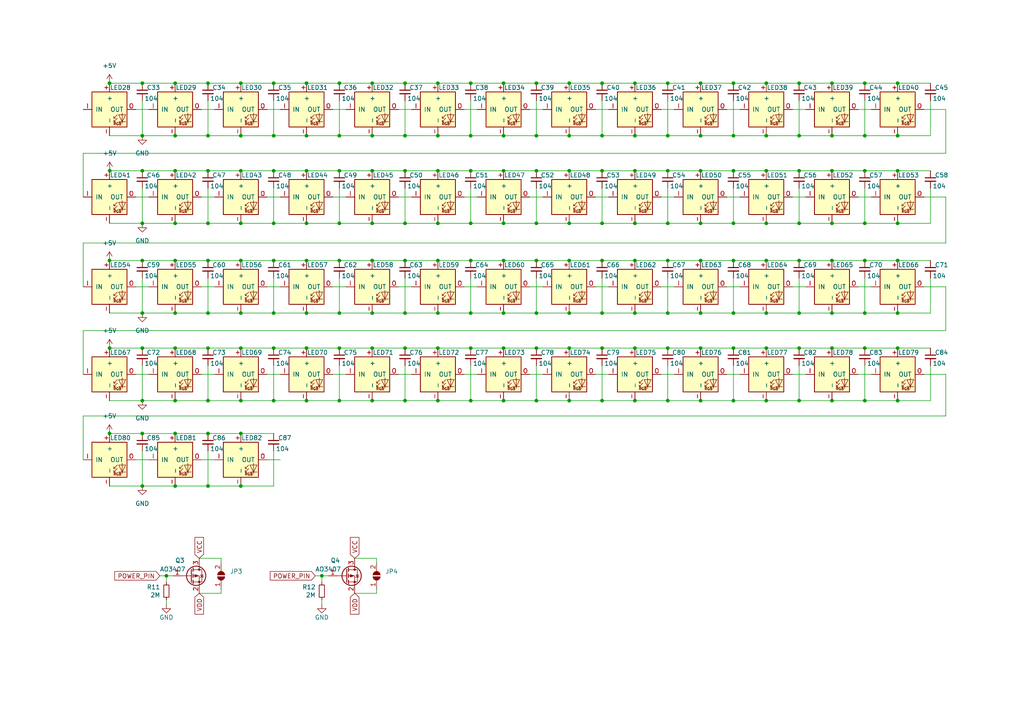
<source format=kicad_sch>
(kicad_sch (version 20211123) (generator eeschema)
  (paper "A4")
  (lib_symbols
    (symbol "Device:C_Small" (pin_numbers hide) (pin_names (offset 0.254) hide)
      (property "Reference" "C" (at 0.254 1.778 0))
      (property "Value" "C_Small" (at 0.254 -2.032 0))
      (symbol "C_Small_1_1"
        (pin passive line (at 0 2.54 270) (length 2.032) (name "~") (number "1"))
        (pin passive line (at 0 -2.54 90) (length 2.032) (name "~") (number "2"))
      )
    )
    (symbol "Device:Q_PMOS_GSD" (pin_names (offset 0) hide)
      (property "Reference" "Q" (at 5.08 1.27 0))
      (property "Value" "Q_PMOS_GSD" (at 5.08 -1.27 0))
      (symbol "Q_PMOS_GSD_1_1"
        (pin input line (at -5.08 0 0) (length 2.54) (name "G") (number "1"))
        (pin passive line (at 2.54 -5.08 90) (length 2.54) (name "S") (number "2"))
        (pin passive line (at 2.54 5.08 270) (length 2.54) (name "D") (number "3"))
      )
    )
    (symbol "Device:R_Small" (pin_numbers hide) (pin_names (offset 0.254) hide)
      (property "Reference" "R" (at 0.762 0.508 0))
      (property "Value" "R_Small" (at 0.762 -1.016 0))
      (symbol "R_Small_1_1"
        (pin passive line (at 0 2.54 270) (length 0.762) (name "~") (number "1"))
        (pin passive line (at 0 -2.54 90) (length 0.762) (name "~") (number "2"))
      )
    )
    (symbol "Jumper:SolderJumper_2_Open" (pin_names (offset 0) hide)
      (property "Reference" "JP" (at 0 2.032 0))
      (property "Value" "SolderJumper_2_Open" (at 0 -2.54 0))
      (symbol "SolderJumper_2_Open_1_1"
        (pin passive line (at -3.81 0 0) (length 2.54) (name "A") (number "1"))
        (pin passive line (at 3.81 0 180) (length 2.54) (name "B") (number "2"))
      )
    )
    (symbol "kien242:6812" (pin_names (offset 1.016))
      (property "Reference" "LED" (at 5.08 7.62 0))
      (property "Value" "6812" (at 5.08 10.16 0))
      (symbol "6812_1_1"
        (text "RGB" (at 2.286 -4.191 0) (effects (font (size 0.762 0.762))))
        (pin power_in line (at 0 7.62 270) (length 2.54) (name "+") (number "+"))
        (pin power_in line (at 0 -7.62 90) (length 2.54) (name "-") (number "-"))
        (pin input line (at -7.62 0 0) (length 2.54) (name "IN") (number "I"))
        (pin output line (at 7.62 0 180) (length 2.54) (name "OUT") (number "O"))
      )
    )
    (symbol "power:+5V" (power) (pin_names (offset 0))
      (property "Value" "+5V" (at 0 3.556 0))
      (symbol "+5V_1_1"
        (pin power_in line (at 0 0 90) (length 0) hide (name "+5V") (number "1"))
      )
    )
    (symbol "power:GND" (power) (pin_names (offset 0))
      (property "Value" "GND" (at 0 -3.81 0))
      (symbol "GND_1_1"
        (pin power_in line (at 0 0 270) (length 0) hide (name "GND") (number "1"))
      )
    )
  )
  (junction (at 193.675 100.965))
  (junction (at 222.25 39.37))
  (junction (at 69.85 64.77))
  (junction (at 184.15 64.77))
  (junction (at 136.525 100.965))
  (junction (at 107.95 64.77))
  (junction (at 88.9 116.205))
  (junction (at 155.575 49.53))
  (junction (at 250.825 24.13))
  (junction (at 50.8 64.77))
  (junction (at 241.3 75.565))
  (junction (at 193.675 24.13))
  (junction (at 250.825 116.205))
  (junction (at 146.05 39.37))
  (junction (at 241.3 116.205))
  (junction (at 107.95 49.53))
  (junction (at 222.25 49.53))
  (junction (at 165.1 24.13))
  (junction (at 88.9 24.13))
  (junction (at 50.8 75.565))
  (junction (at 31.7951 100.965))
  (junction (at 146.05 75.565))
  (junction (at 155.575 24.13))
  (junction (at 93.345 167.005) (diameter 0.9144))
  (junction (at 260.35 24.13))
  (junction (at 117.475 24.13))
  (junction (at 107.95 75.565))
  (junction (at 79.375 90.805))
  (junction (at 250.825 100.965))
  (junction (at 184.15 116.205))
  (junction (at 41.275 75.565))
  (junction (at 88.9 75.565))
  (junction (at 203.2 100.965))
  (junction (at 155.575 90.805))
  (junction (at 69.85 24.13))
  (junction (at 231.775 24.13))
  (junction (at 127 75.565))
  (junction (at 60.325 64.77))
  (junction (at 165.1 100.965))
  (junction (at 69.85 75.565))
  (junction (at 60.325 24.13))
  (junction (at 50.8 100.965))
  (junction (at 41.275 49.53))
  (junction (at 203.2 90.805))
  (junction (at 50.8 90.805))
  (junction (at 165.1 39.37))
  (junction (at 79.375 24.13))
  (junction (at 88.9 100.965))
  (junction (at 260.35 90.805))
  (junction (at 155.575 100.965))
  (junction (at 88.9 64.77))
  (junction (at 165.1 90.805))
  (junction (at 212.725 116.205))
  (junction (at 241.3 39.37))
  (junction (at 117.475 39.37))
  (junction (at 31.75 75.565))
  (junction (at 136.525 24.13))
  (junction (at 117.475 90.805))
  (junction (at 231.775 64.77))
  (junction (at 165.1 75.565))
  (junction (at 69.85 100.965))
  (junction (at 222.25 116.205))
  (junction (at 212.725 75.565))
  (junction (at 60.325 116.205))
  (junction (at 174.625 116.205))
  (junction (at 60.325 125.73))
  (junction (at 241.3 24.13))
  (junction (at 184.15 75.565))
  (junction (at 231.775 100.965))
  (junction (at 98.425 90.805))
  (junction (at 250.825 90.805))
  (junction (at 222.25 24.13))
  (junction (at 184.15 49.53))
  (junction (at 260.35 75.565))
  (junction (at 136.525 116.205))
  (junction (at 69.85 116.205))
  (junction (at 260.35 100.965))
  (junction (at 165.1 64.77))
  (junction (at 184.15 24.13))
  (junction (at 127 39.37))
  (junction (at 41.275 39.37))
  (junction (at 241.3 90.805))
  (junction (at 41.275 116.205))
  (junction (at 88.9 90.805))
  (junction (at 127 100.965))
  (junction (at 146.05 116.205))
  (junction (at 146.05 64.77))
  (junction (at 241.3 49.53))
  (junction (at 250.825 49.53))
  (junction (at 260.35 116.205))
  (junction (at 41.275 90.805))
  (junction (at 155.575 64.77))
  (junction (at 60.325 90.805))
  (junction (at 98.425 100.965))
  (junction (at 241.3 100.965))
  (junction (at 193.675 75.565))
  (junction (at 203.2 49.53))
  (junction (at 107.95 90.805))
  (junction (at 193.675 39.37))
  (junction (at 69.85 125.73))
  (junction (at 231.775 116.205))
  (junction (at 60.325 49.53))
  (junction (at 127 90.805))
  (junction (at 136.525 64.77))
  (junction (at 241.3 64.77))
  (junction (at 41.275 100.965))
  (junction (at 212.725 39.37))
  (junction (at 212.725 24.13))
  (junction (at 69.85 90.805))
  (junction (at 127 49.53))
  (junction (at 260.35 49.53))
  (junction (at 79.375 64.77))
  (junction (at 136.525 39.37))
  (junction (at 117.475 100.965))
  (junction (at 231.775 90.805))
  (junction (at 41.275 125.73))
  (junction (at 222.25 64.77))
  (junction (at 69.85 140.97))
  (junction (at 184.15 90.805))
  (junction (at 88.9 49.53))
  (junction (at 79.375 49.53))
  (junction (at 31.8343 49.53))
  (junction (at 98.425 24.13))
  (junction (at 98.425 64.77))
  (junction (at 127 24.13))
  (junction (at 203.2 64.77))
  (junction (at 250.825 64.77))
  (junction (at 31.75 24.13))
  (junction (at 193.675 90.805))
  (junction (at 165.1 116.205))
  (junction (at 212.725 64.77))
  (junction (at 146.05 24.13))
  (junction (at 222.25 100.965))
  (junction (at 146.05 90.805))
  (junction (at 193.675 116.205))
  (junction (at 117.475 75.565))
  (junction (at 146.05 49.53))
  (junction (at 203.2 75.565))
  (junction (at 155.575 39.37))
  (junction (at 127 64.77))
  (junction (at 48.26 167.005) (diameter 0.9144))
  (junction (at 117.475 116.205))
  (junction (at 60.325 140.97))
  (junction (at 50.8 49.53))
  (junction (at 79.375 39.37))
  (junction (at 60.325 100.965))
  (junction (at 231.775 39.37))
  (junction (at 174.625 100.965))
  (junction (at 203.2 24.13))
  (junction (at 165.1 49.53))
  (junction (at 31.75 125.73))
  (junction (at 107.95 24.13))
  (junction (at 203.2 116.205))
  (junction (at 174.625 90.805))
  (junction (at 174.625 49.53))
  (junction (at 193.675 49.53))
  (junction (at 250.825 75.565))
  (junction (at 41.275 24.13))
  (junction (at 79.375 100.965))
  (junction (at 117.475 64.77))
  (junction (at 222.25 75.565))
  (junction (at 184.15 39.37))
  (junction (at 50.8 24.13))
  (junction (at 50.8 125.73))
  (junction (at 212.725 100.965))
  (junction (at 212.725 49.53))
  (junction (at 41.275 64.77))
  (junction (at 212.725 90.805))
  (junction (at 98.425 49.53))
  (junction (at 155.575 75.565))
  (junction (at 60.325 39.37))
  (junction (at 174.625 75.565))
  (junction (at 69.85 39.37))
  (junction (at 88.9 39.37))
  (junction (at 174.625 39.37))
  (junction (at 136.525 90.805))
  (junction (at 50.8 140.97))
  (junction (at 155.575 116.205))
  (junction (at 98.425 75.565))
  (junction (at 174.625 24.13))
  (junction (at 231.775 75.565))
  (junction (at 60.325 75.565))
  (junction (at 203.2 39.37))
  (junction (at 79.375 116.205))
  (junction (at 231.775 49.53))
  (junction (at 136.525 49.53))
  (junction (at 50.8 116.205))
  (junction (at 222.25 90.805))
  (junction (at 260.35 64.77))
  (junction (at 250.825 39.37))
  (junction (at 107.95 39.37))
  (junction (at 79.375 75.565))
  (junction (at 98.425 39.37))
  (junction (at 107.95 100.965))
  (junction (at 174.625 64.77))
  (junction (at 146.05 100.965))
  (junction (at 127 116.205))
  (junction (at 193.675 64.77))
  (junction (at 107.95 116.205))
  (junction (at 69.85 49.53))
  (junction (at 50.8 39.37))
  (junction (at 184.15 100.965))
  (junction (at 260.35 39.37))
  (junction (at 136.525 75.565))
  (junction (at 98.425 116.205))
  (junction (at 41.275 140.97))
  (junction (at 117.475 49.53))
  (wire (pts (xy 60.325 54.61) (xy 60.325 64.77)))
  (wire (pts (xy 31.7951 100.965) (xy 41.275 100.965)))
  (wire (pts (xy 24.13 120.65) (xy 24.13 133.35)))
  (wire (pts (xy 60.325 130.81) (xy 60.325 140.97)))
  (wire (pts (xy 115.57 57.15) (xy 119.38 57.15)))
  (wire (pts (xy 174.625 75.565) (xy 184.15 75.565)))
  (wire (pts (xy 212.725 39.37) (xy 203.2 39.37)))
  (wire (pts (xy 93.345 167.005) (xy 95.25 167.005)))
  (wire (pts (xy 60.325 140.97) (xy 50.8 140.97)))
  (wire (pts (xy 269.875 64.77) (xy 260.35 64.77)))
  (wire (pts (xy 41.275 80.645) (xy 41.275 90.805)))
  (wire (pts (xy 134.62 57.15) (xy 138.43 57.15)))
  (wire (pts (xy 250.825 39.37) (xy 241.3 39.37)))
  (wire (pts (xy 136.525 64.77) (xy 146.05 64.77)))
  (wire (pts (xy 41.275 90.805) (xy 31.75 90.805)))
  (wire (pts (xy 98.425 39.37) (xy 107.95 39.37)))
  (wire (pts (xy 79.375 54.61) (xy 79.375 64.77)))
  (wire (pts (xy 231.775 100.965) (xy 241.3 100.965)))
  (wire (pts (xy 50.8 100.965) (xy 60.325 100.965)))
  (wire (pts (xy 24.13 95.885) (xy 24.13 108.585)))
  (wire (pts (xy 250.825 24.13) (xy 260.35 24.13)))
  (wire (pts (xy 69.85 24.13) (xy 79.375 24.13)))
  (wire (pts (xy 96.52 108.585) (xy 100.33 108.585)))
  (wire (pts (xy 77.47 57.15) (xy 81.28 57.15)))
  (wire (pts (xy 77.47 83.185) (xy 81.28 83.185)))
  (wire (pts (xy 98.425 106.045) (xy 98.425 116.205)))
  (wire (pts (xy 117.475 106.045) (xy 117.475 116.205)))
  (wire (pts (xy 193.675 90.805) (xy 203.2 90.805)))
  (wire (pts (xy 210.82 108.585) (xy 214.63 108.585)))
  (wire (pts (xy 98.425 49.53) (xy 107.95 49.53)))
  (wire (pts (xy 39.37 133.35) (xy 43.18 133.35)))
  (wire (pts (xy 136.525 39.37) (xy 146.05 39.37)))
  (wire (pts (xy 174.625 116.205) (xy 184.15 116.205)))
  (wire (pts (xy 41.275 116.205) (xy 31.75 116.205)))
  (wire (pts (xy 117.475 100.965) (xy 127 100.965)))
  (wire (pts (xy 39.37 31.75) (xy 43.18 31.75)))
  (wire (pts (xy 267.97 83.185) (xy 274.32 83.185)))
  (wire (pts (xy 134.62 31.75) (xy 138.43 31.75)))
  (wire (pts (xy 31.75 100.965) (xy 31.7951 100.965)))
  (wire (pts (xy 231.775 80.645) (xy 231.775 90.805)))
  (wire (pts (xy 96.52 83.185) (xy 100.33 83.185)))
  (wire (pts (xy 98.425 39.37) (xy 88.9 39.37)))
  (wire (pts (xy 231.775 116.205) (xy 241.3 116.205)))
  (wire (pts (xy 58.42 133.35) (xy 62.23 133.35)))
  (wire (pts (xy 41.275 106.045) (xy 41.275 116.205)))
  (wire (pts (xy 274.32 57.15) (xy 274.32 70.485)))
  (wire (pts (xy 191.77 83.185) (xy 195.58 83.185)))
  (wire (pts (xy 79.375 90.805) (xy 69.85 90.805)))
  (wire (pts (xy 79.375 116.205) (xy 88.9 116.205)))
  (wire (pts (xy 222.25 24.13) (xy 231.775 24.13)))
  (wire (pts (xy 172.72 57.15) (xy 176.53 57.15)))
  (wire (pts (xy 269.875 80.645) (xy 269.875 90.805)))
  (wire (pts (xy 31.8343 49.53) (xy 41.275 49.53)))
  (wire (pts (xy 98.425 90.805) (xy 107.95 90.805)))
  (wire (pts (xy 136.525 39.37) (xy 127 39.37)))
  (wire (pts (xy 260.35 75.565) (xy 269.875 75.565)))
  (wire (pts (xy 41.275 29.21) (xy 41.275 39.37)))
  (wire (pts (xy 60.325 140.97) (xy 69.85 140.97)))
  (wire (pts (xy 136.525 100.965) (xy 146.05 100.965)))
  (wire (pts (xy 64.135 172.085) (xy 64.135 170.815)))
  (wire (pts (xy 155.575 29.21) (xy 155.575 39.37)))
  (wire (pts (xy 31.75 75.565) (xy 41.275 75.565)))
  (wire (pts (xy 248.92 83.185) (xy 252.73 83.185)))
  (wire (pts (xy 165.1 24.13) (xy 174.625 24.13)))
  (wire (pts (xy 117.475 64.77) (xy 107.95 64.77)))
  (wire (pts (xy 153.67 83.185) (xy 157.48 83.185)))
  (wire (pts (xy 39.37 108.585) (xy 43.18 108.585)))
  (wire (pts (xy 98.425 100.965) (xy 107.95 100.965)))
  (wire (pts (xy 77.47 31.75) (xy 81.28 31.75)))
  (wire (pts (xy 41.275 100.965) (xy 50.8 100.965)))
  (wire (pts (xy 231.775 54.61) (xy 231.775 64.77)))
  (wire (pts (xy 41.275 116.205) (xy 50.8 116.205)))
  (wire (pts (xy 248.92 31.75) (xy 252.73 31.75)))
  (wire (pts (xy 212.725 64.77) (xy 203.2 64.77)))
  (wire (pts (xy 93.345 168.91) (xy 93.345 167.005)))
  (wire (pts (xy 210.82 57.15) (xy 214.63 57.15)))
  (wire (pts (xy 58.42 31.75) (xy 62.23 31.75)))
  (wire (pts (xy 267.97 108.585) (xy 274.32 108.585)))
  (wire (pts (xy 117.475 90.805) (xy 107.95 90.805)))
  (wire (pts (xy 231.775 90.805) (xy 222.25 90.805)))
  (wire (pts (xy 174.625 64.77) (xy 165.1 64.77)))
  (wire (pts (xy 136.525 54.61) (xy 136.525 64.77)))
  (wire (pts (xy 46.355 167.005) (xy 48.26 167.005)))
  (wire (pts (xy 222.25 49.53) (xy 231.775 49.53)))
  (wire (pts (xy 174.625 116.205) (xy 165.1 116.205)))
  (wire (pts (xy 57.785 172.085) (xy 64.135 172.085)))
  (wire (pts (xy 115.57 108.585) (xy 119.38 108.585)))
  (wire (pts (xy 117.475 39.37) (xy 127 39.37)))
  (wire (pts (xy 269.875 29.21) (xy 269.875 39.37)))
  (wire (pts (xy 241.3 75.565) (xy 250.825 75.565)))
  (wire (pts (xy 260.35 24.13) (xy 269.875 24.13)))
  (wire (pts (xy 274.32 95.885) (xy 24.13 95.885)))
  (wire (pts (xy 60.325 116.205) (xy 50.8 116.205)))
  (wire (pts (xy 212.725 90.805) (xy 222.25 90.805)))
  (wire (pts (xy 41.275 49.53) (xy 50.8 49.53)))
  (wire (pts (xy 231.775 24.13) (xy 241.3 24.13)))
  (wire (pts (xy 241.3 100.965) (xy 250.825 100.965)))
  (wire (pts (xy 274.32 108.585) (xy 274.32 120.65)))
  (wire (pts (xy 50.8 75.565) (xy 60.325 75.565)))
  (wire (pts (xy 117.475 64.77) (xy 127 64.77)))
  (wire (pts (xy 229.87 83.185) (xy 233.68 83.185)))
  (wire (pts (xy 165.1 75.565) (xy 174.625 75.565)))
  (wire (pts (xy 31.75 24.13) (xy 41.275 24.13)))
  (wire (pts (xy 248.92 108.585) (xy 252.73 108.585)))
  (wire (pts (xy 96.52 31.75) (xy 100.33 31.75)))
  (wire (pts (xy 193.675 54.61) (xy 193.675 64.77)))
  (wire (pts (xy 79.375 64.77) (xy 88.9 64.77)))
  (wire (pts (xy 136.525 24.13) (xy 146.05 24.13)))
  (wire (pts (xy 231.775 90.805) (xy 241.3 90.805)))
  (wire (pts (xy 231.775 39.37) (xy 241.3 39.37)))
  (wire (pts (xy 212.725 29.21) (xy 212.725 39.37)))
  (wire (pts (xy 79.375 39.37) (xy 88.9 39.37)))
  (wire (pts (xy 88.9 24.13) (xy 98.425 24.13)))
  (wire (pts (xy 155.575 75.565) (xy 165.1 75.565)))
  (wire (pts (xy 60.325 90.805) (xy 69.85 90.805)))
  (wire (pts (xy 146.05 100.965) (xy 155.575 100.965)))
  (wire (pts (xy 136.525 75.565) (xy 146.05 75.565)))
  (wire (pts (xy 79.375 90.805) (xy 88.9 90.805)))
  (wire (pts (xy 212.725 100.965) (xy 222.25 100.965)))
  (wire (pts (xy 41.275 39.37) (xy 31.75 39.37)))
  (wire (pts (xy 117.475 24.13) (xy 127 24.13)))
  (wire (pts (xy 231.775 75.565) (xy 241.3 75.565)))
  (wire (pts (xy 98.425 116.205) (xy 107.95 116.205)))
  (wire (pts (xy 79.375 64.77) (xy 69.85 64.77)))
  (wire (pts (xy 193.675 90.805) (xy 184.15 90.805)))
  (wire (pts (xy 250.825 39.37) (xy 260.35 39.37)))
  (wire (pts (xy 172.72 83.185) (xy 176.53 83.185)))
  (wire (pts (xy 88.9 75.565) (xy 98.425 75.565)))
  (wire (pts (xy 184.15 75.565) (xy 193.675 75.565)))
  (wire (pts (xy 153.67 57.15) (xy 157.48 57.15)))
  (wire (pts (xy 174.625 29.21) (xy 174.625 39.37)))
  (wire (pts (xy 210.82 31.75) (xy 214.63 31.75)))
  (wire (pts (xy 146.05 75.565) (xy 155.575 75.565)))
  (wire (pts (xy 127 100.965) (xy 136.525 100.965)))
  (wire (pts (xy 250.825 49.53) (xy 260.35 49.53)))
  (wire (pts (xy 98.425 64.77) (xy 107.95 64.77)))
  (wire (pts (xy 212.725 75.565) (xy 222.25 75.565)))
  (wire (pts (xy 153.67 108.585) (xy 157.48 108.585)))
  (wire (pts (xy 269.875 90.805) (xy 260.35 90.805)))
  (wire (pts (xy 203.2 75.565) (xy 212.725 75.565)))
  (wire (pts (xy 60.325 24.13) (xy 69.85 24.13)))
  (wire (pts (xy 60.325 29.21) (xy 60.325 39.37)))
  (wire (pts (xy 231.775 116.205) (xy 222.25 116.205)))
  (wire (pts (xy 88.9 100.965) (xy 98.425 100.965)))
  (wire (pts (xy 69.85 125.73) (xy 79.375 125.73)))
  (wire (pts (xy 60.325 100.965) (xy 69.85 100.965)))
  (wire (pts (xy 77.47 108.585) (xy 81.28 108.585)))
  (wire (pts (xy 48.26 167.005) (xy 50.165 167.005)))
  (wire (pts (xy 109.22 161.925) (xy 109.22 163.195)))
  (wire (pts (xy 250.825 80.645) (xy 250.825 90.805)))
  (wire (pts (xy 134.62 108.585) (xy 138.43 108.585)))
  (wire (pts (xy 184.15 49.53) (xy 193.675 49.53)))
  (wire (pts (xy 60.325 39.37) (xy 69.85 39.37)))
  (wire (pts (xy 231.775 64.77) (xy 241.3 64.77)))
  (wire (pts (xy 60.325 39.37) (xy 50.8 39.37)))
  (wire (pts (xy 88.9 49.53) (xy 98.425 49.53)))
  (wire (pts (xy 193.675 116.205) (xy 203.2 116.205)))
  (wire (pts (xy 79.375 130.81) (xy 79.375 140.97)))
  (wire (pts (xy 274.32 70.485) (xy 24.13 70.485)))
  (wire (pts (xy 109.22 172.085) (xy 109.22 170.815)))
  (wire (pts (xy 39.37 83.185) (xy 43.18 83.185)))
  (wire (pts (xy 41.275 39.37) (xy 50.8 39.37)))
  (wire (pts (xy 269.875 54.61) (xy 269.875 64.77)))
  (wire (pts (xy 231.775 106.045) (xy 231.775 116.205)))
  (wire (pts (xy 102.87 161.925) (xy 109.22 161.925)))
  (wire (pts (xy 69.85 49.53) (xy 79.375 49.53)))
  (wire (pts (xy 172.72 31.75) (xy 176.53 31.75)))
  (wire (pts (xy 250.825 116.205) (xy 241.3 116.205)))
  (wire (pts (xy 60.325 106.045) (xy 60.325 116.205)))
  (wire (pts (xy 117.475 49.53) (xy 127 49.53)))
  (wire (pts (xy 102.87 172.085) (xy 109.22 172.085)))
  (wire (pts (xy 155.575 90.805) (xy 146.05 90.805)))
  (wire (pts (xy 250.825 64.77) (xy 241.3 64.77)))
  (wire (pts (xy 191.77 57.15) (xy 195.58 57.15)))
  (wire (pts (xy 136.525 90.805) (xy 127 90.805)))
  (wire (pts (xy 191.77 108.585) (xy 195.58 108.585)))
  (wire (pts (xy 31.75 125.73) (xy 41.275 125.73)))
  (wire (pts (xy 231.775 49.53) (xy 241.3 49.53)))
  (wire (pts (xy 79.375 49.53) (xy 88.9 49.53)))
  (wire (pts (xy 98.425 75.565) (xy 107.95 75.565)))
  (wire (pts (xy 241.3 49.53) (xy 250.825 49.53)))
  (wire (pts (xy 79.375 75.565) (xy 88.9 75.565)))
  (wire (pts (xy 60.325 90.805) (xy 50.8 90.805)))
  (wire (pts (xy 250.825 29.21) (xy 250.825 39.37)))
  (wire (pts (xy 155.575 116.205) (xy 146.05 116.205)))
  (wire (pts (xy 174.625 39.37) (xy 165.1 39.37)))
  (wire (pts (xy 184.15 24.13) (xy 193.675 24.13)))
  (wire (pts (xy 79.375 29.21) (xy 79.375 39.37)))
  (wire (pts (xy 174.625 80.645) (xy 174.625 90.805)))
  (wire (pts (xy 48.26 168.91) (xy 48.26 167.005)))
  (wire (pts (xy 41.275 64.77) (xy 50.8 64.77)))
  (wire (pts (xy 210.82 83.185) (xy 214.63 83.185)))
  (wire (pts (xy 250.825 90.805) (xy 260.35 90.805)))
  (wire (pts (xy 269.875 106.045) (xy 269.875 116.205)))
  (wire (pts (xy 203.2 100.965) (xy 212.725 100.965)))
  (wire (pts (xy 155.575 116.205) (xy 165.1 116.205)))
  (wire (pts (xy 155.575 39.37) (xy 165.1 39.37)))
  (wire (pts (xy 134.62 83.185) (xy 138.43 83.185)))
  (wire (pts (xy 41.275 24.13) (xy 50.8 24.13)))
  (wire (pts (xy 172.72 108.585) (xy 176.53 108.585)))
  (wire (pts (xy 146.05 49.53) (xy 155.575 49.53)))
  (wire (pts (xy 155.575 106.045) (xy 155.575 116.205)))
  (wire (pts (xy 212.725 106.045) (xy 212.725 116.205)))
  (wire (pts (xy 79.375 140.97) (xy 69.85 140.97)))
  (wire (pts (xy 212.725 116.205) (xy 222.25 116.205)))
  (wire (pts (xy 155.575 54.61) (xy 155.575 64.77)))
  (wire (pts (xy 212.725 54.61) (xy 212.725 64.77)))
  (wire (pts (xy 115.57 31.75) (xy 119.38 31.75)))
  (wire (pts (xy 155.575 24.13) (xy 165.1 24.13)))
  (wire (pts (xy 174.625 64.77) (xy 184.15 64.77)))
  (wire (pts (xy 41.275 90.805) (xy 50.8 90.805)))
  (wire (pts (xy 117.475 75.565) (xy 127 75.565)))
  (wire (pts (xy 174.625 90.805) (xy 165.1 90.805)))
  (wire (pts (xy 193.675 106.045) (xy 193.675 116.205)))
  (wire (pts (xy 50.8 49.53) (xy 60.325 49.53)))
  (wire (pts (xy 155.575 100.965) (xy 165.1 100.965)))
  (wire (pts (xy 155.575 49.53) (xy 165.1 49.53)))
  (wire (pts (xy 136.525 80.645) (xy 136.525 90.805)))
  (wire (pts (xy 98.425 90.805) (xy 88.9 90.805)))
  (wire (pts (xy 77.47 133.35) (xy 81.28 133.35)))
  (wire (pts (xy 193.675 75.565) (xy 203.2 75.565)))
  (wire (pts (xy 153.67 31.75) (xy 157.48 31.75)))
  (wire (pts (xy 41.275 54.61) (xy 41.275 64.77)))
  (wire (pts (xy 267.97 57.15) (xy 274.32 57.15)))
  (wire (pts (xy 241.3 24.13) (xy 250.825 24.13)))
  (wire (pts (xy 107.95 24.13) (xy 117.475 24.13)))
  (wire (pts (xy 229.87 108.585) (xy 233.68 108.585)))
  (wire (pts (xy 98.425 116.205) (xy 88.9 116.205)))
  (wire (pts (xy 93.345 175.26) (xy 93.345 173.99)))
  (wire (pts (xy 229.87 31.75) (xy 233.68 31.75)))
  (wire (pts (xy 212.725 116.205) (xy 203.2 116.205)))
  (wire (pts (xy 269.875 39.37) (xy 260.35 39.37)))
  (wire (pts (xy 117.475 116.205) (xy 107.95 116.205)))
  (wire (pts (xy 250.825 116.205) (xy 260.35 116.205)))
  (wire (pts (xy 231.775 39.37) (xy 222.25 39.37)))
  (wire (pts (xy 248.92 57.15) (xy 252.73 57.15)))
  (wire (pts (xy 41.275 75.565) (xy 50.8 75.565)))
  (wire (pts (xy 174.625 100.965) (xy 184.15 100.965)))
  (wire (pts (xy 222.25 100.965) (xy 231.775 100.965)))
  (wire (pts (xy 274.32 83.185) (xy 274.32 95.885)))
  (wire (pts (xy 79.375 116.205) (xy 69.85 116.205)))
  (wire (pts (xy 250.825 106.045) (xy 250.825 116.205)))
  (wire (pts (xy 155.575 80.645) (xy 155.575 90.805)))
  (wire (pts (xy 79.375 100.965) (xy 88.9 100.965)))
  (wire (pts (xy 267.97 31.75) (xy 274.32 31.75)))
  (wire (pts (xy 98.425 29.21) (xy 98.425 39.37)))
  (wire (pts (xy 24.13 70.485) (xy 24.13 83.185)))
  (wire (pts (xy 136.525 116.205) (xy 127 116.205)))
  (wire (pts (xy 231.775 29.21) (xy 231.775 39.37)))
  (wire (pts (xy 136.525 49.53) (xy 146.05 49.53)))
  (wire (pts (xy 269.875 116.205) (xy 260.35 116.205)))
  (wire (pts (xy 57.785 161.925) (xy 64.135 161.925)))
  (wire (pts (xy 79.375 80.645) (xy 79.375 90.805)))
  (wire (pts (xy 41.275 140.97) (xy 31.75 140.97)))
  (wire (pts (xy 107.95 100.965) (xy 117.475 100.965)))
  (wire (pts (xy 39.37 57.15) (xy 43.18 57.15)))
  (wire (pts (xy 212.725 24.13) (xy 222.25 24.13)))
  (wire (pts (xy 229.87 57.15) (xy 233.68 57.15)))
  (wire (pts (xy 260.35 100.965) (xy 269.875 100.965)))
  (wire (pts (xy 69.85 100.965) (xy 79.375 100.965)))
  (wire (pts (xy 41.275 125.73) (xy 50.8 125.73)))
  (wire (pts (xy 79.375 106.045) (xy 79.375 116.205)))
  (wire (pts (xy 60.325 125.73) (xy 69.85 125.73)))
  (wire (pts (xy 174.625 24.13) (xy 184.15 24.13)))
  (wire (pts (xy 231.775 64.77) (xy 222.25 64.77)))
  (wire (pts (xy 203.2 49.53) (xy 212.725 49.53)))
  (wire (pts (xy 193.675 64.77) (xy 184.15 64.77)))
  (wire (pts (xy 107.95 49.53) (xy 117.475 49.53)))
  (wire (pts (xy 212.725 90.805) (xy 203.2 90.805)))
  (wire (pts (xy 48.26 175.26) (xy 48.26 173.99)))
  (wire (pts (xy 127 24.13) (xy 136.525 24.13)))
  (wire (pts (xy 193.675 29.21) (xy 193.675 39.37)))
  (wire (pts (xy 250.825 100.965) (xy 260.35 100.965)))
  (wire (pts (xy 50.8 125.73) (xy 60.325 125.73)))
  (wire (pts (xy 117.475 90.805) (xy 127 90.805)))
  (wire (pts (xy 41.275 140.97) (xy 50.8 140.97)))
  (wire (pts (xy 41.275 64.77) (xy 31.75 64.77)))
  (wire (pts (xy 193.675 80.645) (xy 193.675 90.805)))
  (wire (pts (xy 96.52 57.15) (xy 100.33 57.15)))
  (wire (pts (xy 127 75.565) (xy 136.525 75.565)))
  (wire (pts (xy 155.575 39.37) (xy 146.05 39.37)))
  (wire (pts (xy 193.675 100.965) (xy 203.2 100.965)))
  (wire (pts (xy 174.625 39.37) (xy 184.15 39.37)))
  (wire (pts (xy 136.525 64.77) (xy 127 64.77)))
  (wire (pts (xy 250.825 54.61) (xy 250.825 64.77)))
  (wire (pts (xy 274.32 120.65) (xy 24.13 120.65)))
  (wire (pts (xy 58.42 108.585) (xy 62.23 108.585)))
  (wire (pts (xy 98.425 80.645) (xy 98.425 90.805)))
  (wire (pts (xy 60.325 80.645) (xy 60.325 90.805)))
  (wire (pts (xy 193.675 39.37) (xy 203.2 39.37)))
  (wire (pts (xy 127 49.53) (xy 136.525 49.53)))
  (wire (pts (xy 174.625 90.805) (xy 184.15 90.805)))
  (wire (pts (xy 58.42 57.15) (xy 62.23 57.15)))
  (wire (pts (xy 60.325 64.77) (xy 50.8 64.77)))
  (wire (pts (xy 136.525 29.21) (xy 136.525 39.37)))
  (wire (pts (xy 79.375 39.37) (xy 69.85 39.37)))
  (wire (pts (xy 193.675 64.77) (xy 203.2 64.77)))
  (wire (pts (xy 274.32 31.75) (xy 274.32 44.45)))
  (wire (pts (xy 155.575 64.77) (xy 165.1 64.77)))
  (wire (pts (xy 136.525 116.205) (xy 146.05 116.205)))
  (wire (pts (xy 212.725 49.53) (xy 222.25 49.53)))
  (wire (pts (xy 79.375 24.13) (xy 88.9 24.13)))
  (wire (pts (xy 115.57 83.185) (xy 119.38 83.185)))
  (wire (pts (xy 155.575 64.77) (xy 146.05 64.77)))
  (wire (pts (xy 193.675 24.13) (xy 203.2 24.13)))
  (wire (pts (xy 136.525 90.805) (xy 146.05 90.805)))
  (wire (pts (xy 64.135 161.925) (xy 64.135 163.195)))
  (wire (pts (xy 212.725 80.645) (xy 212.725 90.805)))
  (wire (pts (xy 98.425 64.77) (xy 88.9 64.77)))
  (wire (pts (xy 60.325 49.53) (xy 69.85 49.53)))
  (wire (pts (xy 191.77 31.75) (xy 195.58 31.75)))
  (wire (pts (xy 184.15 100.965) (xy 193.675 100.965)))
  (wire (pts (xy 174.625 54.61) (xy 174.625 64.77)))
  (wire (pts (xy 117.475 29.21) (xy 117.475 39.37)))
  (wire (pts (xy 58.42 83.185) (xy 62.23 83.185)))
  (wire (pts (xy 50.8 24.13) (xy 60.325 24.13)))
  (wire (pts (xy 98.425 24.13) (xy 107.95 24.13)))
  (wire (pts (xy 250.825 90.805) (xy 241.3 90.805)))
  (wire (pts (xy 69.85 75.565) (xy 79.375 75.565)))
  (wire (pts (xy 165.1 49.53) (xy 174.625 49.53)))
  (wire (pts (xy 41.275 130.81) (xy 41.275 140.97)))
  (wire (pts (xy 60.325 64.77) (xy 69.85 64.77)))
  (wire (pts (xy 155.575 90.805) (xy 165.1 90.805)))
  (wire (pts (xy 250.825 75.565) (xy 260.35 75.565)))
  (wire (pts (xy 274.32 44.45) (xy 24.13 44.45)))
  (wire (pts (xy 165.1 100.965) (xy 174.625 100.965)))
  (wire (pts (xy 203.2 24.13) (xy 212.725 24.13)))
  (wire (pts (xy 260.35 49.53) (xy 269.875 49.53)))
  (wire (pts (xy 117.475 80.645) (xy 117.475 90.805)))
  (wire (pts (xy 136.525 106.045) (xy 136.525 116.205)))
  (wire (pts (xy 107.95 75.565) (xy 117.475 75.565)))
  (wire (pts (xy 117.475 116.205) (xy 127 116.205)))
  (wire (pts (xy 117.475 39.37) (xy 107.95 39.37)))
  (wire (pts (xy 91.44 167.005) (xy 93.345 167.005)))
  (wire (pts (xy 193.675 116.205) (xy 184.15 116.205)))
  (wire (pts (xy 98.425 54.61) (xy 98.425 64.77)))
  (wire (pts (xy 24.13 44.45) (xy 24.13 57.15)))
  (wire (pts (xy 60.325 116.205) (xy 69.85 116.205)))
  (wire (pts (xy 212.725 39.37) (xy 222.25 39.37)))
  (wire (pts (xy 193.675 39.37) (xy 184.15 39.37)))
  (wire (pts (xy 60.325 75.565) (xy 69.85 75.565)))
  (wire (pts (xy 193.675 49.53) (xy 203.2 49.53)))
  (wire (pts (xy 222.25 75.565) (xy 231.775 75.565)))
  (wire (pts (xy 117.475 54.61) (xy 117.475 64.77)))
  (wire (pts (xy 31.75 49.53) (xy 31.8343 49.53)))
  (wire (pts (xy 250.825 64.77) (xy 260.35 64.77)))
  (wire (pts (xy 146.05 24.13) (xy 155.575 24.13)))
  (wire (pts (xy 174.625 106.045) (xy 174.625 116.205)))
  (wire (pts (xy 174.625 49.53) (xy 184.15 49.53)))
  (wire (pts (xy 212.725 64.77) (xy 222.25 64.77)))
  (global_label "VDD" (shape input) (at 102.87 172.085 270) (property "Intersheet References" "${INTERSHEET_REFS}" (effects hide)))
  (global_label "VCC" (shape input) (at 57.785 161.925 90) (property "Intersheet References" "${INTERSHEET_REFS}" (effects hide)))
  (global_label "VDD" (shape input) (at 57.785 172.085 270) (property "Intersheet References" "${INTERSHEET_REFS}" (effects hide)))
  (global_label "POWER_PIN" (shape input) (at 91.44 167.005 180) (property "Intersheet References" "${INTERSHEET_REFS}" (effects hide)))
  (global_label "POWER_PIN" (shape input) (at 46.355 167.005 180) (property "Intersheet References" "${INTERSHEET_REFS}" (effects hide)))
  (global_label "VCC" (shape input) (at 102.87 161.925 90) (property "Intersheet References" "${INTERSHEET_REFS}" (effects hide)))
  (symbol (lib_id "power:+5V") (at 31.75 24.13 0) (unit 1)
    (property "Reference" "#PWR085" (effects hide))
    (property "Value" "+5V" (at 31.75 19.05 0))
  )
  (symbol (lib_id "kien242:6812") (at 31.75 108.585 0) (unit 1)
    (property "Reference" "LED67" (at 34.925 102.235 0))
    (property "Value" " " (at 40.64 106.7943 0))
    (property "Footprint" "kien242:SK6812Mini-E" (effects hide))
  )
  (symbol (lib_id "Device:C_Small") (at 193.675 103.505 0) (unit 1)
    (property "Reference" "C80" (at 194.945 102.235 0) (effects (justify left)))
    (property "Value" "104" (at 194.31 105.41 0) (effects (justify left)))
  )
  (symbol (lib_id "Device:C_Small") (at 155.575 78.105 0) (unit 1)
    (property "Reference" "C65" (at 156.845 76.835 0) (effects (justify left)))
    (property "Value" "104" (at 156.21 80.01 0) (effects (justify left)))
  )
  (symbol (lib_id "kien242:6812") (at 241.3 57.15 0) (unit 1)
    (property "Reference" "LED52" (at 244.475 50.8 0))
    (property "Value" " " (at 250.19 55.3593 0))
    (property "Footprint" "kien242:SK6812Mini-E" (effects hide))
  )
  (symbol (lib_id "kien242:6812") (at 165.1 31.75 0) (unit 1)
    (property "Reference" "LED35" (at 168.275 25.4 0))
    (property "Value" " " (at 173.99 29.9593 0))
    (property "Footprint" "kien242:SK6812Mini-E" (effects hide))
  )
  (symbol (lib_id "kien242:6812") (at 107.95 108.585 0) (unit 1)
    (property "Reference" "LED71" (at 111.125 102.235 0))
    (property "Value" " " (at 116.84 106.7943 0))
    (property "Footprint" "kien242:SK6812Mini-E" (effects hide))
  )
  (symbol (lib_id "kien242:6812") (at 88.9 57.15 0) (unit 1)
    (property "Reference" "LED44" (at 92.075 50.8 0))
    (property "Value" " " (at 97.79 55.3593 0))
    (property "Footprint" "kien242:SK6812Mini-E" (effects hide))
  )
  (symbol (lib_id "Device:C_Small") (at 79.375 78.105 0) (unit 1)
    (property "Reference" "C61" (at 80.645 76.835 0) (effects (justify left)))
    (property "Value" "104" (at 80.01 80.01 0) (effects (justify left)))
  )
  (symbol (lib_id "kien242:6812") (at 31.75 133.35 0) (unit 1)
    (property "Reference" "LED80" (at 34.925 127 0))
    (property "Value" " " (at 40.64 131.5593 0))
    (property "Footprint" "kien242:SK6812Mini-E" (effects hide))
  )
  (symbol (lib_id "kien242:6812") (at 146.05 57.15 0) (unit 1)
    (property "Reference" "LED47" (at 149.225 50.8 0))
    (property "Value" " " (at 154.94 55.3593 0))
    (property "Footprint" "kien242:SK6812Mini-E" (effects hide))
  )
  (symbol (lib_id "Device:C_Small") (at 41.275 52.07 0) (unit 1)
    (property "Reference" "C46" (at 42.545 50.8 0) (effects (justify left)))
    (property "Value" "104" (at 41.91 53.975 0) (effects (justify left)))
  )
  (symbol (lib_id "Device:C_Small") (at 117.475 103.505 0) (unit 1)
    (property "Reference" "C76" (at 118.745 102.235 0) (effects (justify left)))
    (property "Value" "104" (at 118.11 105.41 0) (effects (justify left)))
  )
  (symbol (lib_id "Device:C_Small") (at 60.325 26.67 0) (unit 1)
    (property "Reference" "C34" (at 61.595 25.4 0) (effects (justify left)))
    (property "Value" "104" (at 60.96 28.575 0) (effects (justify left)))
  )
  (symbol (lib_id "Device:C_Small") (at 136.525 103.505 0) (unit 1)
    (property "Reference" "C77" (at 137.795 102.235 0) (effects (justify left)))
    (property "Value" "104" (at 137.16 105.41 0) (effects (justify left)))
  )
  (symbol (lib_id "power:GND") (at 93.345 175.26 0) (unit 1)
    (property "Reference" "#PWR096" (effects hide))
    (property "Value" "GND" (at 93.345 179.07 0))
  )
  (symbol (lib_id "Device:R_Small") (at 48.26 171.45 0) (mirror y) (unit 1)
    (property "Reference" "R11" (at 46.482 170.2816 0) (effects (justify left)))
    (property "Value" "2M" (at 46.482 172.593 0) (effects (justify left)))
    (property "Footprint" "Resistor_SMD:R_0603_1608Metric_Pad0.98x0.95mm_HandSolder" (effects hide))
  )
  (symbol (lib_id "Device:C_Small") (at 250.825 78.105 0) (unit 1)
    (property "Reference" "C70" (at 252.095 76.835 0) (effects (justify left)))
    (property "Value" "104" (at 251.46 80.01 0) (effects (justify left)))
  )
  (symbol (lib_id "power:+5V") (at 31.75 75.565 0) (unit 1)
    (property "Reference" "#PWR089" (effects hide))
    (property "Value" "+5V" (at 31.75 70.485 0))
  )
  (symbol (lib_id "kien242:6812") (at 203.2 108.585 0) (unit 1)
    (property "Reference" "LED76" (at 206.375 102.235 0))
    (property "Value" " " (at 212.09 106.7943 0))
    (property "Footprint" "kien242:SK6812Mini-E" (effects hide))
  )
  (symbol (lib_id "kien242:6812") (at 203.2 83.185 0) (unit 1)
    (property "Reference" "LED63" (at 206.375 76.835 0))
    (property "Value" " " (at 212.09 81.3943 0))
    (property "Footprint" "kien242:SK6812Mini-E" (effects hide))
  )
  (symbol (lib_id "kien242:6812") (at 222.25 57.15 0) (unit 1)
    (property "Reference" "LED51" (at 225.425 50.8 0))
    (property "Value" " " (at 231.14 55.3593 0))
    (property "Footprint" "kien242:SK6812Mini-E" (effects hide))
  )
  (symbol (lib_id "kien242:6812") (at 107.95 57.15 0) (unit 1)
    (property "Reference" "LED45" (at 111.125 50.8 0))
    (property "Value" " " (at 116.84 55.3593 0))
    (property "Footprint" "kien242:SK6812Mini-E" (effects hide))
  )
  (symbol (lib_id "kien242:6812") (at 31.75 31.75 0) (unit 1)
    (property "Reference" "LED28" (at 34.925 25.4 0))
    (property "Value" " " (at 40.64 29.9593 0))
    (property "Footprint" "kien242:SK6812Mini-E" (effects hide))
  )
  (symbol (lib_id "Device:C_Small") (at 193.675 52.07 0) (unit 1)
    (property "Reference" "C54" (at 194.945 50.8 0) (effects (justify left)))
    (property "Value" "104" (at 194.31 53.975 0) (effects (justify left)))
  )
  (symbol (lib_id "power:+5V") (at 31.8343 49.53 0) (unit 1)
    (property "Reference" "#PWR087" (effects hide))
    (property "Value" "+5V" (at 31.8343 44.45 0))
  )
  (symbol (lib_id "power:+5V") (at 31.7951 100.965 0) (unit 1)
    (property "Reference" "#PWR091" (effects hide))
    (property "Value" "+5V" (at 31.7951 95.885 0))
  )
  (symbol (lib_id "kien242:6812") (at 88.9 108.585 0) (unit 1)
    (property "Reference" "LED70" (at 92.075 102.235 0))
    (property "Value" " " (at 97.79 106.7943 0))
    (property "Footprint" "kien242:SK6812Mini-E" (effects hide))
  )
  (symbol (lib_id "kien242:6812") (at 260.35 57.15 0) (unit 1)
    (property "Reference" "LED53" (at 263.525 50.8 0))
    (property "Value" " " (at 269.24 55.3593 0))
    (property "Footprint" "kien242:SK6812Mini-E" (effects hide))
  )
  (symbol (lib_id "kien242:6812") (at 146.05 108.585 0) (unit 1)
    (property "Reference" "LED73" (at 149.225 102.235 0))
    (property "Value" " " (at 154.94 106.7943 0))
    (property "Footprint" "kien242:SK6812Mini-E" (effects hide))
  )
  (symbol (lib_id "Device:C_Small") (at 269.875 52.07 0) (unit 1)
    (property "Reference" "C58" (at 271.145 50.8 0) (effects (justify left)))
    (property "Value" "104" (at 270.51 53.975 0) (effects (justify left)))
  )
  (symbol (lib_id "Device:C_Small") (at 60.325 78.105 0) (unit 1)
    (property "Reference" "C60" (at 61.595 76.835 0) (effects (justify left)))
    (property "Value" "104" (at 60.96 80.01 0) (effects (justify left)))
  )
  (symbol (lib_id "Device:C_Small") (at 41.275 26.67 0) (unit 1)
    (property "Reference" "C33" (at 42.545 25.4 0) (effects (justify left)))
    (property "Value" "104" (at 41.91 28.575 0) (effects (justify left)))
  )
  (symbol (lib_id "Device:C_Small") (at 79.375 26.67 0) (unit 1)
    (property "Reference" "C35" (at 80.645 25.4 0) (effects (justify left)))
    (property "Value" "104" (at 80.01 28.575 0) (effects (justify left)))
  )
  (symbol (lib_id "Device:C_Small") (at 60.325 52.07 0) (unit 1)
    (property "Reference" "C47" (at 61.595 50.8 0) (effects (justify left)))
    (property "Value" "104" (at 60.96 53.975 0) (effects (justify left)))
  )
  (symbol (lib_id "Device:Q_PMOS_GSD") (at 55.245 167.005 0) (unit 1)
    (property "Reference" "Q3" (at 50.8 162.56 0) (effects (justify left)))
    (property "Value" "AO3407" (at 46.355 165.1 0) (effects (justify left)))
    (property "Footprint" "Package_TO_SOT_SMD:SOT-23_Handsoldering" (effects hide))
  )
  (symbol (lib_id "kien242:6812") (at 203.2 57.15 0) (unit 1)
    (property "Reference" "LED50" (at 206.375 50.8 0))
    (property "Value" " " (at 212.09 55.3593 0))
    (property "Footprint" "kien242:SK6812Mini-E" (effects hide))
  )
  (symbol (lib_id "kien242:6812") (at 165.1 108.585 0) (unit 1)
    (property "Reference" "LED74" (at 168.275 102.235 0))
    (property "Value" " " (at 173.99 106.7943 0))
    (property "Footprint" "kien242:SK6812Mini-E" (effects hide))
  )
  (symbol (lib_id "kien242:6812") (at 88.9 31.75 0) (unit 1)
    (property "Reference" "LED31" (at 92.075 25.4 0))
    (property "Value" " " (at 97.79 29.9593 0))
    (property "Footprint" "kien242:SK6812Mini-E" (effects hide))
  )
  (symbol (lib_id "Device:C_Small") (at 117.475 52.07 0) (unit 1)
    (property "Reference" "C50" (at 118.745 50.8 0) (effects (justify left)))
    (property "Value" "104" (at 118.11 53.975 0) (effects (justify left)))
  )
  (symbol (lib_id "kien242:6812") (at 107.95 31.75 0) (unit 1)
    (property "Reference" "LED32" (at 111.125 25.4 0))
    (property "Value" " " (at 116.84 29.9593 0))
    (property "Footprint" "kien242:SK6812Mini-E" (effects hide))
  )
  (symbol (lib_id "Device:C_Small") (at 155.575 52.07 0) (unit 1)
    (property "Reference" "C52" (at 156.845 50.8 0) (effects (justify left)))
    (property "Value" "104" (at 156.21 53.975 0) (effects (justify left)))
  )
  (symbol (lib_id "kien242:6812") (at 260.35 31.75 0) (unit 1)
    (property "Reference" "LED40" (at 263.525 25.4 0))
    (property "Value" " " (at 269.24 29.9593 0))
    (property "Footprint" "kien242:SK6812Mini-E" (effects hide))
  )
  (symbol (lib_id "Device:C_Small") (at 155.575 26.67 0) (unit 1)
    (property "Reference" "C39" (at 156.845 25.4 0) (effects (justify left)))
    (property "Value" "104" (at 156.21 28.575 0) (effects (justify left)))
  )
  (symbol (lib_id "kien242:6812") (at 69.85 133.35 0) (unit 1)
    (property "Reference" "LED82" (at 73.025 127 0))
    (property "Value" " " (at 78.74 131.5593 0))
    (property "Footprint" "kien242:SK6812Mini-E" (effects hide))
  )
  (symbol (lib_id "kien242:6812") (at 88.9 83.185 0) (unit 1)
    (property "Reference" "LED57" (at 92.075 76.835 0))
    (property "Value" " " (at 97.79 81.3943 0))
    (property "Footprint" "kien242:SK6812Mini-E" (effects hide))
  )
  (symbol (lib_id "Device:C_Small") (at 212.725 26.67 0) (unit 1)
    (property "Reference" "C42" (at 213.995 25.4 0) (effects (justify left)))
    (property "Value" "104" (at 213.36 28.575 0) (effects (justify left)))
  )
  (symbol (lib_id "Device:C_Small") (at 231.775 52.07 0) (unit 1)
    (property "Reference" "C56" (at 233.045 50.8 0) (effects (justify left)))
    (property "Value" "104" (at 232.41 53.975 0) (effects (justify left)))
  )
  (symbol (lib_id "Device:C_Small") (at 250.825 52.07 0) (unit 1)
    (property "Reference" "C57" (at 252.095 50.8 0) (effects (justify left)))
    (property "Value" "104" (at 251.46 53.975 0) (effects (justify left)))
  )
  (symbol (lib_id "Device:C_Small") (at 212.725 78.105 0) (unit 1)
    (property "Reference" "C68" (at 213.995 76.835 0) (effects (justify left)))
    (property "Value" "104" (at 213.36 80.01 0) (effects (justify left)))
  )
  (symbol (lib_id "Device:C_Small") (at 174.625 26.67 0) (unit 1)
    (property "Reference" "C40" (at 175.895 25.4 0) (effects (justify left)))
    (property "Value" "104" (at 175.26 28.575 0) (effects (justify left)))
  )
  (symbol (lib_id "Device:C_Small") (at 136.525 26.67 0) (unit 1)
    (property "Reference" "C38" (at 137.795 25.4 0) (effects (justify left)))
    (property "Value" "104" (at 137.16 28.575 0) (effects (justify left)))
  )
  (symbol (lib_id "kien242:6812") (at 31.75 57.15 0) (unit 1)
    (property "Reference" "LED41" (at 34.925 50.8 0))
    (property "Value" " " (at 40.64 55.3593 0))
    (property "Footprint" "kien242:SK6812Mini-E" (effects hide))
  )
  (symbol (lib_id "Device:C_Small") (at 231.775 78.105 0) (unit 1)
    (property "Reference" "C69" (at 233.045 76.835 0) (effects (justify left)))
    (property "Value" "104" (at 232.41 80.01 0) (effects (justify left)))
  )
  (symbol (lib_id "power:+5V") (at 31.75 125.73 0) (unit 1)
    (property "Reference" "#PWR093" (effects hide))
    (property "Value" "+5V" (at 31.75 120.65 0))
  )
  (symbol (lib_id "Device:C_Small") (at 60.325 103.505 0) (unit 1)
    (property "Reference" "C73" (at 61.595 102.235 0) (effects (justify left)))
    (property "Value" "104" (at 60.96 105.41 0) (effects (justify left)))
  )
  (symbol (lib_id "kien242:6812") (at 222.25 108.585 0) (unit 1)
    (property "Reference" "LED77" (at 225.425 102.235 0))
    (property "Value" " " (at 231.14 106.7943 0))
    (property "Footprint" "kien242:SK6812Mini-E" (effects hide))
  )
  (symbol (lib_id "kien242:6812") (at 184.15 57.15 0) (unit 1)
    (property "Reference" "LED49" (at 187.325 50.8 0))
    (property "Value" " " (at 193.04 55.3593 0))
    (property "Footprint" "kien242:SK6812Mini-E" (effects hide))
  )
  (symbol (lib_id "kien242:6812") (at 127 31.75 0) (unit 1)
    (property "Reference" "LED33" (at 130.175 25.4 0))
    (property "Value" " " (at 135.89 29.9593 0))
    (property "Footprint" "kien242:SK6812Mini-E" (effects hide))
  )
  (symbol (lib_id "kien242:6812") (at 184.15 108.585 0) (unit 1)
    (property "Reference" "LED75" (at 187.325 102.235 0))
    (property "Value" " " (at 193.04 106.7943 0))
    (property "Footprint" "kien242:SK6812Mini-E" (effects hide))
  )
  (symbol (lib_id "kien242:6812") (at 241.3 83.185 0) (unit 1)
    (property "Reference" "LED65" (at 244.475 76.835 0))
    (property "Value" " " (at 250.19 81.3943 0))
    (property "Footprint" "kien242:SK6812Mini-E" (effects hide))
  )
  (symbol (lib_id "Device:C_Small") (at 41.275 78.105 0) (unit 1)
    (property "Reference" "C59" (at 42.545 76.835 0) (effects (justify left)))
    (property "Value" "104" (at 41.91 80.01 0) (effects (justify left)))
  )
  (symbol (lib_id "Device:C_Small") (at 98.425 26.67 0) (unit 1)
    (property "Reference" "C36" (at 99.695 25.4 0) (effects (justify left)))
    (property "Value" "104" (at 99.06 28.575 0) (effects (justify left)))
  )
  (symbol (lib_id "Device:C_Small") (at 250.825 26.67 0) (unit 1)
    (property "Reference" "C44" (at 252.095 25.4 0) (effects (justify left)))
    (property "Value" "104" (at 251.46 28.575 0) (effects (justify left)))
  )
  (symbol (lib_id "Device:C_Small") (at 79.375 52.07 0) (unit 1)
    (property "Reference" "C48" (at 80.645 50.8 0) (effects (justify left)))
    (property "Value" "104" (at 80.01 53.975 0) (effects (justify left)))
  )
  (symbol (lib_id "kien242:6812") (at 127 83.185 0) (unit 1)
    (property "Reference" "LED59" (at 130.175 76.835 0))
    (property "Value" " " (at 135.89 81.3943 0))
    (property "Footprint" "kien242:SK6812Mini-E" (effects hide))
  )
  (symbol (lib_id "kien242:6812") (at 241.3 31.75 0) (unit 1)
    (property "Reference" "LED39" (at 244.475 25.4 0))
    (property "Value" " " (at 250.19 29.9593 0))
    (property "Footprint" "kien242:SK6812Mini-E" (effects hide))
  )
  (symbol (lib_id "kien242:6812") (at 165.1 57.15 0) (unit 1)
    (property "Reference" "LED48" (at 168.275 50.8 0))
    (property "Value" " " (at 173.99 55.3593 0))
    (property "Footprint" "kien242:SK6812Mini-E" (effects hide))
  )
  (symbol (lib_id "kien242:6812") (at 222.25 31.75 0) (unit 1)
    (property "Reference" "LED38" (at 225.425 25.4 0))
    (property "Value" " " (at 231.14 29.9593 0))
    (property "Footprint" "kien242:SK6812Mini-E" (effects hide))
  )
  (symbol (lib_id "kien242:6812") (at 203.2 31.75 0) (unit 1)
    (property "Reference" "LED37" (at 206.375 25.4 0))
    (property "Value" " " (at 212.09 29.9593 0))
    (property "Footprint" "kien242:SK6812Mini-E" (effects hide))
  )
  (symbol (lib_id "Device:C_Small") (at 98.425 78.105 0) (unit 1)
    (property "Reference" "C62" (at 99.695 76.835 0) (effects (justify left)))
    (property "Value" "104" (at 99.06 80.01 0) (effects (justify left)))
  )
  (symbol (lib_id "power:GND") (at 41.275 116.205 0) (unit 1)
    (property "Reference" "#PWR092" (effects hide))
    (property "Value" "GND" (at 41.275 121.285 0))
  )
  (symbol (lib_id "Device:Q_PMOS_GSD") (at 100.33 167.005 0) (unit 1)
    (property "Reference" "Q4" (at 95.885 162.56 0) (effects (justify left)))
    (property "Value" "AO3407" (at 91.44 165.1 0) (effects (justify left)))
    (property "Footprint" "Package_TO_SOT_SMD:SOT-23_Handsoldering" (effects hide))
  )
  (symbol (lib_id "Device:C_Small") (at 212.725 52.07 0) (unit 1)
    (property "Reference" "C55" (at 213.995 50.8 0) (effects (justify left)))
    (property "Value" "104" (at 213.36 53.975 0) (effects (justify left)))
  )
  (symbol (lib_id "Device:C_Small") (at 98.425 52.07 0) (unit 1)
    (property "Reference" "C49" (at 99.695 50.8 0) (effects (justify left)))
    (property "Value" "104" (at 99.06 53.975 0) (effects (justify left)))
  )
  (symbol (lib_id "kien242:6812") (at 184.15 83.185 0) (unit 1)
    (property "Reference" "LED62" (at 187.325 76.835 0))
    (property "Value" " " (at 193.04 81.3943 0))
    (property "Footprint" "kien242:SK6812Mini-E" (effects hide))
  )
  (symbol (lib_id "Device:C_Small") (at 174.625 52.07 0) (unit 1)
    (property "Reference" "C53" (at 175.895 50.8 0) (effects (justify left)))
    (property "Value" "104" (at 175.26 53.975 0) (effects (justify left)))
  )
  (symbol (lib_id "kien242:6812") (at 260.35 108.585 0) (unit 1)
    (property "Reference" "LED79" (at 263.525 102.235 0))
    (property "Value" " " (at 269.24 106.7943 0))
    (property "Footprint" "kien242:SK6812Mini-E" (effects hide))
  )
  (symbol (lib_id "kien242:6812") (at 222.25 83.185 0) (unit 1)
    (property "Reference" "LED64" (at 225.425 76.835 0))
    (property "Value" " " (at 231.14 81.3943 0))
    (property "Footprint" "kien242:SK6812Mini-E" (effects hide))
  )
  (symbol (lib_id "Device:C_Small") (at 174.625 103.505 0) (unit 1)
    (property "Reference" "C79" (at 175.895 102.235 0) (effects (justify left)))
    (property "Value" "104" (at 175.26 105.41 0) (effects (justify left)))
  )
  (symbol (lib_id "kien242:6812") (at 69.85 31.75 0) (unit 1)
    (property "Reference" "LED30" (at 73.025 25.4 0))
    (property "Value" " " (at 78.74 29.9593 0))
    (property "Footprint" "kien242:SK6812Mini-E" (effects hide))
  )
  (symbol (lib_id "kien242:6812") (at 69.85 83.185 0) (unit 1)
    (property "Reference" "LED56" (at 73.025 76.835 0))
    (property "Value" " " (at 78.74 81.3943 0))
    (property "Footprint" "kien242:SK6812Mini-E" (effects hide))
  )
  (symbol (lib_id "Device:C_Small") (at 193.675 78.105 0) (unit 1)
    (property "Reference" "C67" (at 194.945 76.835 0) (effects (justify left)))
    (property "Value" "104" (at 194.31 80.01 0) (effects (justify left)))
  )
  (symbol (lib_id "kien242:6812") (at 146.05 83.185 0) (unit 1)
    (property "Reference" "LED60" (at 149.225 76.835 0))
    (property "Value" " " (at 154.94 81.3943 0))
    (property "Footprint" "kien242:SK6812Mini-E" (effects hide))
  )
  (symbol (lib_id "Device:C_Small") (at 269.875 78.105 0) (unit 1)
    (property "Reference" "C71" (at 271.145 76.835 0) (effects (justify left)))
    (property "Value" "104" (at 270.51 80.01 0) (effects (justify left)))
  )
  (symbol (lib_id "power:GND") (at 41.275 39.37 0) (unit 1)
    (property "Reference" "#PWR086" (effects hide))
    (property "Value" "GND" (at 41.275 44.45 0))
  )
  (symbol (lib_id "power:GND") (at 41.275 90.805 0) (unit 1)
    (property "Reference" "#PWR090" (effects hide))
    (property "Value" "GND" (at 41.275 95.885 0))
  )
  (symbol (lib_id "kien242:6812") (at 50.8 57.15 0) (unit 1)
    (property "Reference" "LED42" (at 53.975 50.8 0))
    (property "Value" " " (at 59.69 55.3593 0))
    (property "Footprint" "kien242:SK6812Mini-E" (effects hide))
  )
  (symbol (lib_id "kien242:6812") (at 165.1 83.185 0) (unit 1)
    (property "Reference" "LED61" (at 168.275 76.835 0))
    (property "Value" " " (at 173.99 81.3943 0))
    (property "Footprint" "kien242:SK6812Mini-E" (effects hide))
  )
  (symbol (lib_id "kien242:6812") (at 107.95 83.185 0) (unit 1)
    (property "Reference" "LED58" (at 111.125 76.835 0))
    (property "Value" " " (at 116.84 81.3943 0))
    (property "Footprint" "kien242:SK6812Mini-E" (effects hide))
  )
  (symbol (lib_id "Device:C_Small") (at 250.825 103.505 0) (unit 1)
    (property "Reference" "C83" (at 252.095 102.235 0) (effects (justify left)))
    (property "Value" "104" (at 251.46 105.41 0) (effects (justify left)))
  )
  (symbol (lib_id "kien242:6812") (at 50.8 83.185 0) (unit 1)
    (property "Reference" "LED55" (at 53.975 76.835 0))
    (property "Value" " " (at 59.69 81.3943 0))
    (property "Footprint" "kien242:SK6812Mini-E" (effects hide))
  )
  (symbol (lib_id "power:GND") (at 41.275 140.97 0) (unit 1)
    (property "Reference" "#PWR094" (effects hide))
    (property "Value" "GND" (at 41.275 146.05 0))
  )
  (symbol (lib_id "Device:C_Small") (at 155.575 103.505 0) (unit 1)
    (property "Reference" "C78" (at 156.845 102.235 0) (effects (justify left)))
    (property "Value" "104" (at 156.21 105.41 0) (effects (justify left)))
  )
  (symbol (lib_id "Device:C_Small") (at 79.375 103.505 0) (unit 1)
    (property "Reference" "C74" (at 80.645 102.235 0) (effects (justify left)))
    (property "Value" "104" (at 80.01 105.41 0) (effects (justify left)))
  )
  (symbol (lib_id "kien242:6812") (at 184.15 31.75 0) (unit 1)
    (property "Reference" "LED36" (at 187.325 25.4 0))
    (property "Value" " " (at 193.04 29.9593 0))
    (property "Footprint" "kien242:SK6812Mini-E" (effects hide))
  )
  (symbol (lib_id "kien242:6812") (at 146.05 31.75 0) (unit 1)
    (property "Reference" "LED34" (at 149.225 25.4 0))
    (property "Value" " " (at 154.94 29.9593 0))
    (property "Footprint" "kien242:SK6812Mini-E" (effects hide))
  )
  (symbol (lib_id "power:GND") (at 48.26 175.26 0) (unit 1)
    (property "Reference" "#PWR095" (effects hide))
    (property "Value" "GND" (at 48.26 179.07 0))
  )
  (symbol (lib_id "Device:C_Small") (at 117.475 78.105 0) (unit 1)
    (property "Reference" "C63" (at 118.745 76.835 0) (effects (justify left)))
    (property "Value" "104" (at 118.11 80.01 0) (effects (justify left)))
  )
  (symbol (lib_id "kien242:6812") (at 31.75 83.185 0) (unit 1)
    (property "Reference" "LED54" (at 34.925 76.835 0))
    (property "Value" " " (at 40.64 81.3943 0))
    (property "Footprint" "kien242:SK6812Mini-E" (effects hide))
  )
  (symbol (lib_id "Jumper:SolderJumper_2_Open") (at 64.135 167.005 90) (unit 1)
    (property "Reference" "JP3" (at 66.675 165.7349 90) (effects (justify right)))
    (property "Value" " " (at 66.675 168.2749 90) (effects (justify right)))
    (property "Footprint" "Jumper:SolderJumper-2_P1.3mm_Open_TrianglePad1.0x1.5mm" (effects hide))
  )
  (symbol (lib_id "Device:C_Small") (at 41.275 103.505 0) (unit 1)
    (property "Reference" "C72" (at 42.545 102.235 0) (effects (justify left)))
    (property "Value" "104" (at 41.91 105.41 0) (effects (justify left)))
  )
  (symbol (lib_id "Device:C_Small") (at 60.325 128.27 0) (unit 1)
    (property "Reference" "C86" (at 61.595 127 0) (effects (justify left)))
    (property "Value" "104" (at 60.96 130.175 0) (effects (justify left)))
  )
  (symbol (lib_id "Jumper:SolderJumper_2_Open") (at 109.22 167.005 90) (unit 1)
    (property "Reference" "JP4" (at 111.76 165.7349 90) (effects (justify right)))
    (property "Value" " " (at 111.76 168.2749 90) (effects (justify right)))
    (property "Footprint" "Jumper:SolderJumper-2_P1.3mm_Open_TrianglePad1.0x1.5mm" (effects hide))
  )
  (symbol (lib_id "Device:R_Small") (at 93.345 171.45 0) (mirror y) (unit 1)
    (property "Reference" "R12" (at 91.567 170.2816 0) (effects (justify left)))
    (property "Value" "2M" (at 91.567 172.593 0) (effects (justify left)))
    (property "Footprint" "Resistor_SMD:R_0603_1608Metric_Pad0.98x0.95mm_HandSolder" (effects hide))
  )
  (symbol (lib_id "Device:C_Small") (at 193.675 26.67 0) (unit 1)
    (property "Reference" "C41" (at 194.945 25.4 0) (effects (justify left)))
    (property "Value" "104" (at 194.31 28.575 0) (effects (justify left)))
  )
  (symbol (lib_id "Device:C_Small") (at 41.275 128.27 0) (unit 1)
    (property "Reference" "C85" (at 42.545 127 0) (effects (justify left)))
    (property "Value" "104" (at 41.91 130.175 0) (effects (justify left)))
  )
  (symbol (lib_id "power:GND") (at 41.275 64.77 0) (unit 1)
    (property "Reference" "#PWR088" (effects hide))
    (property "Value" "GND" (at 41.275 69.85 0))
  )
  (symbol (lib_id "Device:C_Small") (at 212.725 103.505 0) (unit 1)
    (property "Reference" "C81" (at 213.995 102.235 0) (effects (justify left)))
    (property "Value" "104" (at 213.36 105.41 0) (effects (justify left)))
  )
  (symbol (lib_id "Device:C_Small") (at 79.375 128.27 0) (unit 1)
    (property "Reference" "C87" (at 80.645 127 0) (effects (justify left)))
    (property "Value" "104" (at 80.01 130.175 0) (effects (justify left)))
  )
  (symbol (lib_id "Device:C_Small") (at 136.525 52.07 0) (unit 1)
    (property "Reference" "C51" (at 137.795 50.8 0) (effects (justify left)))
    (property "Value" "104" (at 137.16 53.975 0) (effects (justify left)))
  )
  (symbol (lib_id "Device:C_Small") (at 269.875 26.67 0) (unit 1)
    (property "Reference" "C45" (at 271.145 25.4 0) (effects (justify left)))
    (property "Value" "104" (at 270.51 28.575 0) (effects (justify left)))
  )
  (symbol (lib_id "kien242:6812") (at 69.85 57.15 0) (unit 1)
    (property "Reference" "LED43" (at 73.025 50.8 0))
    (property "Value" " " (at 78.74 55.3593 0))
    (property "Footprint" "kien242:SK6812Mini-E" (effects hide))
  )
  (symbol (lib_id "kien242:6812") (at 50.8 133.35 0) (unit 1)
    (property "Reference" "LED81" (at 53.975 127 0))
    (property "Value" " " (at 59.69 131.5593 0))
    (property "Footprint" "kien242:SK6812Mini-E" (effects hide))
  )
  (symbol (lib_id "Device:C_Small") (at 98.425 103.505 0) (unit 1)
    (property "Reference" "C75" (at 99.695 102.235 0) (effects (justify left)))
    (property "Value" "104" (at 99.06 105.41 0) (effects (justify left)))
  )
  (symbol (lib_id "kien242:6812") (at 69.85 108.585 0) (unit 1)
    (property "Reference" "LED69" (at 73.025 102.235 0))
    (property "Value" " " (at 78.74 106.7943 0))
    (property "Footprint" "kien242:SK6812Mini-E" (effects hide))
  )
  (symbol (lib_id "kien242:6812") (at 50.8 31.75 0) (unit 1)
    (property "Reference" "LED29" (at 53.975 25.4 0))
    (property "Value" " " (at 59.69 29.9593 0))
    (property "Footprint" "kien242:SK6812Mini-E" (effects hide))
  )
  (symbol (lib_id "Device:C_Small") (at 136.525 78.105 0) (unit 1)
    (property "Reference" "C64" (at 137.795 76.835 0) (effects (justify left)))
    (property "Value" "104" (at 137.16 80.01 0) (effects (justify left)))
  )
  (symbol (lib_id "Device:C_Small") (at 231.775 103.505 0) (unit 1)
    (property "Reference" "C82" (at 233.045 102.235 0) (effects (justify left)))
    (property "Value" "104" (at 232.41 105.41 0) (effects (justify left)))
  )
  (symbol (lib_id "kien242:6812") (at 127 57.15 0) (unit 1)
    (property "Reference" "LED46" (at 130.175 50.8 0))
    (property "Value" " " (at 135.89 55.3593 0))
    (property "Footprint" "kien242:SK6812Mini-E" (effects hide))
  )
  (symbol (lib_id "Device:C_Small") (at 117.475 26.67 0) (unit 1)
    (property "Reference" "C37" (at 118.745 25.4 0) (effects (justify left)))
    (property "Value" "104" (at 118.11 28.575 0) (effects (justify left)))
  )
  (symbol (lib_id "Device:C_Small") (at 174.625 78.105 0) (unit 1)
    (property "Reference" "C66" (at 175.895 76.835 0) (effects (justify left)))
    (property "Value" "104" (at 175.26 80.01 0) (effects (justify left)))
  )
  (symbol (lib_id "kien242:6812") (at 241.3 108.585 0) (unit 1)
    (property "Reference" "LED78" (at 244.475 102.235 0))
    (property "Value" " " (at 250.19 106.7943 0))
    (property "Footprint" "kien242:SK6812Mini-E" (effects hide))
  )
  (symbol (lib_id "Device:C_Small") (at 269.875 103.505 0) (unit 1)
    (property "Reference" "C84" (at 271.145 102.235 0) (effects (justify left)))
    (property "Value" "104" (at 270.51 105.41 0) (effects (justify left)))
  )
  (symbol (lib_id "kien242:6812") (at 260.35 83.185 0) (unit 1)
    (property "Reference" "LED66" (at 263.525 76.835 0))
    (property "Value" " " (at 269.24 81.3943 0))
    (property "Footprint" "kien242:SK6812Mini-E" (effects hide))
  )
  (symbol (lib_id "kien242:6812") (at 50.8 108.585 0) (unit 1)
    (property "Reference" "LED68" (at 53.975 102.235 0))
    (property "Value" " " (at 59.69 106.7943 0))
    (property "Footprint" "kien242:SK6812Mini-E" (effects hide))
  )
  (symbol (lib_id "Device:C_Small") (at 231.775 26.67 0) (unit 1)
    (property "Reference" "C43" (at 233.045 25.4 0) (effects (justify left)))
    (property "Value" "104" (at 232.41 28.575 0) (effects (justify left)))
  )
  (symbol (lib_id "kien242:6812") (at 127 108.585 0) (unit 1)
    (property "Reference" "LED72" (at 130.175 102.235 0))
    (property "Value" " " (at 135.89 106.7943 0))
    (property "Footprint" "kien242:SK6812Mini-E" (effects hide))
  )
)
</source>
